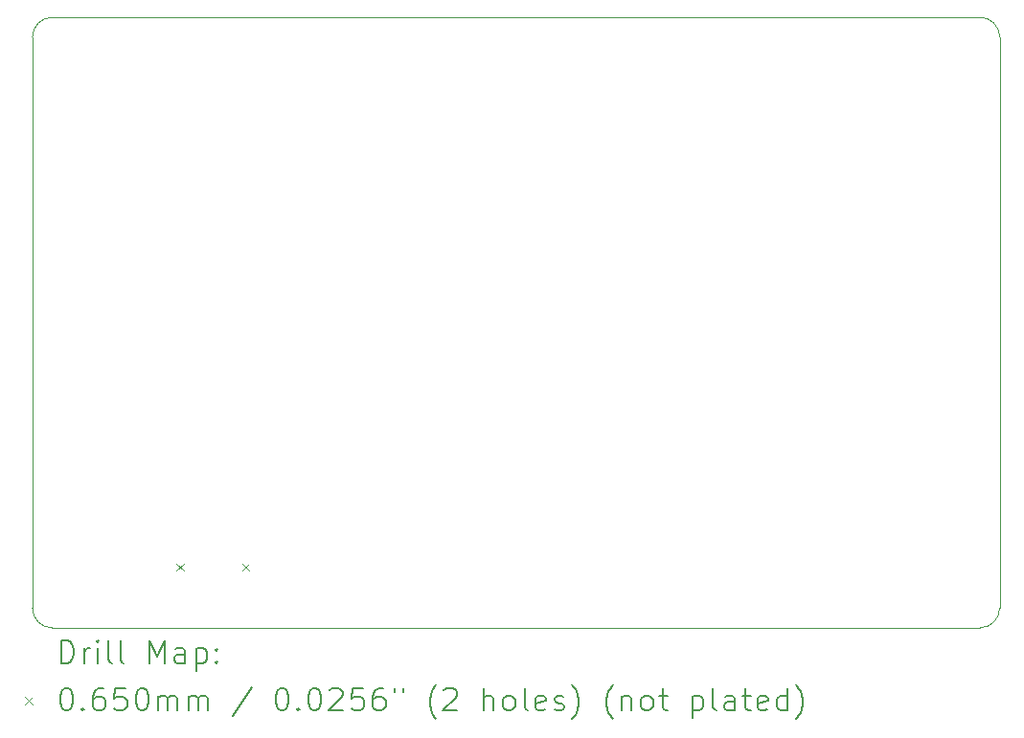
<source format=gbr>
%FSLAX45Y45*%
G04 Gerber Fmt 4.5, Leading zero omitted, Abs format (unit mm)*
G04 Created by KiCad (PCBNEW 6.0.0-rc2) date 2022-06-15 13:37:27*
%MOMM*%
%LPD*%
G01*
G04 APERTURE LIST*
%TA.AperFunction,Profile*%
%ADD10C,0.050000*%
%TD*%
%ADD11C,0.200000*%
%ADD12C,0.065000*%
G04 APERTURE END LIST*
D10*
X7434000Y-12025000D02*
X7434000Y-6975000D01*
X15809000Y-12200000D02*
G75*
G03*
X15984000Y-12025000I0J175000D01*
G01*
X15809000Y-12200000D02*
X7609000Y-12200000D01*
X7609000Y-6800000D02*
G75*
G03*
X7434000Y-6975000I0J-175000D01*
G01*
X7609000Y-6800000D02*
X15809000Y-6800000D01*
X15984000Y-6975000D02*
G75*
G03*
X15809000Y-6800000I-175000J0D01*
G01*
X7434000Y-12025000D02*
G75*
G03*
X7609000Y-12200000I175000J0D01*
G01*
X15984000Y-6975000D02*
X15984000Y-12025000D01*
D11*
D12*
X8707500Y-11632000D02*
X8772500Y-11697000D01*
X8772500Y-11632000D02*
X8707500Y-11697000D01*
X9285500Y-11632000D02*
X9350500Y-11697000D01*
X9350500Y-11632000D02*
X9285500Y-11697000D01*
D11*
X7689119Y-12512976D02*
X7689119Y-12312976D01*
X7736738Y-12312976D01*
X7765309Y-12322500D01*
X7784357Y-12341548D01*
X7793881Y-12360595D01*
X7803405Y-12398690D01*
X7803405Y-12427262D01*
X7793881Y-12465357D01*
X7784357Y-12484405D01*
X7765309Y-12503452D01*
X7736738Y-12512976D01*
X7689119Y-12512976D01*
X7889119Y-12512976D02*
X7889119Y-12379643D01*
X7889119Y-12417738D02*
X7898643Y-12398690D01*
X7908167Y-12389167D01*
X7927214Y-12379643D01*
X7946262Y-12379643D01*
X8012928Y-12512976D02*
X8012928Y-12379643D01*
X8012928Y-12312976D02*
X8003405Y-12322500D01*
X8012928Y-12332024D01*
X8022452Y-12322500D01*
X8012928Y-12312976D01*
X8012928Y-12332024D01*
X8136738Y-12512976D02*
X8117690Y-12503452D01*
X8108167Y-12484405D01*
X8108167Y-12312976D01*
X8241500Y-12512976D02*
X8222452Y-12503452D01*
X8212928Y-12484405D01*
X8212928Y-12312976D01*
X8470071Y-12512976D02*
X8470071Y-12312976D01*
X8536738Y-12455833D01*
X8603405Y-12312976D01*
X8603405Y-12512976D01*
X8784357Y-12512976D02*
X8784357Y-12408214D01*
X8774833Y-12389167D01*
X8755786Y-12379643D01*
X8717690Y-12379643D01*
X8698643Y-12389167D01*
X8784357Y-12503452D02*
X8765310Y-12512976D01*
X8717690Y-12512976D01*
X8698643Y-12503452D01*
X8689119Y-12484405D01*
X8689119Y-12465357D01*
X8698643Y-12446309D01*
X8717690Y-12436786D01*
X8765310Y-12436786D01*
X8784357Y-12427262D01*
X8879595Y-12379643D02*
X8879595Y-12579643D01*
X8879595Y-12389167D02*
X8898643Y-12379643D01*
X8936738Y-12379643D01*
X8955786Y-12389167D01*
X8965310Y-12398690D01*
X8974833Y-12417738D01*
X8974833Y-12474881D01*
X8965310Y-12493928D01*
X8955786Y-12503452D01*
X8936738Y-12512976D01*
X8898643Y-12512976D01*
X8879595Y-12503452D01*
X9060548Y-12493928D02*
X9070071Y-12503452D01*
X9060548Y-12512976D01*
X9051024Y-12503452D01*
X9060548Y-12493928D01*
X9060548Y-12512976D01*
X9060548Y-12389167D02*
X9070071Y-12398690D01*
X9060548Y-12408214D01*
X9051024Y-12398690D01*
X9060548Y-12389167D01*
X9060548Y-12408214D01*
D12*
X7366500Y-12810000D02*
X7431500Y-12875000D01*
X7431500Y-12810000D02*
X7366500Y-12875000D01*
D11*
X7727214Y-12732976D02*
X7746262Y-12732976D01*
X7765309Y-12742500D01*
X7774833Y-12752024D01*
X7784357Y-12771071D01*
X7793881Y-12809167D01*
X7793881Y-12856786D01*
X7784357Y-12894881D01*
X7774833Y-12913928D01*
X7765309Y-12923452D01*
X7746262Y-12932976D01*
X7727214Y-12932976D01*
X7708167Y-12923452D01*
X7698643Y-12913928D01*
X7689119Y-12894881D01*
X7679595Y-12856786D01*
X7679595Y-12809167D01*
X7689119Y-12771071D01*
X7698643Y-12752024D01*
X7708167Y-12742500D01*
X7727214Y-12732976D01*
X7879595Y-12913928D02*
X7889119Y-12923452D01*
X7879595Y-12932976D01*
X7870071Y-12923452D01*
X7879595Y-12913928D01*
X7879595Y-12932976D01*
X8060548Y-12732976D02*
X8022452Y-12732976D01*
X8003405Y-12742500D01*
X7993881Y-12752024D01*
X7974833Y-12780595D01*
X7965309Y-12818690D01*
X7965309Y-12894881D01*
X7974833Y-12913928D01*
X7984357Y-12923452D01*
X8003405Y-12932976D01*
X8041500Y-12932976D01*
X8060548Y-12923452D01*
X8070071Y-12913928D01*
X8079595Y-12894881D01*
X8079595Y-12847262D01*
X8070071Y-12828214D01*
X8060548Y-12818690D01*
X8041500Y-12809167D01*
X8003405Y-12809167D01*
X7984357Y-12818690D01*
X7974833Y-12828214D01*
X7965309Y-12847262D01*
X8260548Y-12732976D02*
X8165309Y-12732976D01*
X8155786Y-12828214D01*
X8165309Y-12818690D01*
X8184357Y-12809167D01*
X8231976Y-12809167D01*
X8251024Y-12818690D01*
X8260548Y-12828214D01*
X8270071Y-12847262D01*
X8270071Y-12894881D01*
X8260548Y-12913928D01*
X8251024Y-12923452D01*
X8231976Y-12932976D01*
X8184357Y-12932976D01*
X8165309Y-12923452D01*
X8155786Y-12913928D01*
X8393881Y-12732976D02*
X8412929Y-12732976D01*
X8431976Y-12742500D01*
X8441500Y-12752024D01*
X8451024Y-12771071D01*
X8460548Y-12809167D01*
X8460548Y-12856786D01*
X8451024Y-12894881D01*
X8441500Y-12913928D01*
X8431976Y-12923452D01*
X8412929Y-12932976D01*
X8393881Y-12932976D01*
X8374833Y-12923452D01*
X8365309Y-12913928D01*
X8355786Y-12894881D01*
X8346262Y-12856786D01*
X8346262Y-12809167D01*
X8355786Y-12771071D01*
X8365309Y-12752024D01*
X8374833Y-12742500D01*
X8393881Y-12732976D01*
X8546262Y-12932976D02*
X8546262Y-12799643D01*
X8546262Y-12818690D02*
X8555786Y-12809167D01*
X8574833Y-12799643D01*
X8603405Y-12799643D01*
X8622452Y-12809167D01*
X8631976Y-12828214D01*
X8631976Y-12932976D01*
X8631976Y-12828214D02*
X8641500Y-12809167D01*
X8660548Y-12799643D01*
X8689119Y-12799643D01*
X8708167Y-12809167D01*
X8717690Y-12828214D01*
X8717690Y-12932976D01*
X8812929Y-12932976D02*
X8812929Y-12799643D01*
X8812929Y-12818690D02*
X8822452Y-12809167D01*
X8841500Y-12799643D01*
X8870071Y-12799643D01*
X8889119Y-12809167D01*
X8898643Y-12828214D01*
X8898643Y-12932976D01*
X8898643Y-12828214D02*
X8908167Y-12809167D01*
X8927214Y-12799643D01*
X8955786Y-12799643D01*
X8974833Y-12809167D01*
X8984357Y-12828214D01*
X8984357Y-12932976D01*
X9374833Y-12723452D02*
X9203405Y-12980595D01*
X9631976Y-12732976D02*
X9651024Y-12732976D01*
X9670071Y-12742500D01*
X9679595Y-12752024D01*
X9689119Y-12771071D01*
X9698643Y-12809167D01*
X9698643Y-12856786D01*
X9689119Y-12894881D01*
X9679595Y-12913928D01*
X9670071Y-12923452D01*
X9651024Y-12932976D01*
X9631976Y-12932976D01*
X9612929Y-12923452D01*
X9603405Y-12913928D01*
X9593881Y-12894881D01*
X9584357Y-12856786D01*
X9584357Y-12809167D01*
X9593881Y-12771071D01*
X9603405Y-12752024D01*
X9612929Y-12742500D01*
X9631976Y-12732976D01*
X9784357Y-12913928D02*
X9793881Y-12923452D01*
X9784357Y-12932976D01*
X9774833Y-12923452D01*
X9784357Y-12913928D01*
X9784357Y-12932976D01*
X9917690Y-12732976D02*
X9936738Y-12732976D01*
X9955786Y-12742500D01*
X9965310Y-12752024D01*
X9974833Y-12771071D01*
X9984357Y-12809167D01*
X9984357Y-12856786D01*
X9974833Y-12894881D01*
X9965310Y-12913928D01*
X9955786Y-12923452D01*
X9936738Y-12932976D01*
X9917690Y-12932976D01*
X9898643Y-12923452D01*
X9889119Y-12913928D01*
X9879595Y-12894881D01*
X9870071Y-12856786D01*
X9870071Y-12809167D01*
X9879595Y-12771071D01*
X9889119Y-12752024D01*
X9898643Y-12742500D01*
X9917690Y-12732976D01*
X10060548Y-12752024D02*
X10070071Y-12742500D01*
X10089119Y-12732976D01*
X10136738Y-12732976D01*
X10155786Y-12742500D01*
X10165310Y-12752024D01*
X10174833Y-12771071D01*
X10174833Y-12790119D01*
X10165310Y-12818690D01*
X10051024Y-12932976D01*
X10174833Y-12932976D01*
X10355786Y-12732976D02*
X10260548Y-12732976D01*
X10251024Y-12828214D01*
X10260548Y-12818690D01*
X10279595Y-12809167D01*
X10327214Y-12809167D01*
X10346262Y-12818690D01*
X10355786Y-12828214D01*
X10365310Y-12847262D01*
X10365310Y-12894881D01*
X10355786Y-12913928D01*
X10346262Y-12923452D01*
X10327214Y-12932976D01*
X10279595Y-12932976D01*
X10260548Y-12923452D01*
X10251024Y-12913928D01*
X10536738Y-12732976D02*
X10498643Y-12732976D01*
X10479595Y-12742500D01*
X10470071Y-12752024D01*
X10451024Y-12780595D01*
X10441500Y-12818690D01*
X10441500Y-12894881D01*
X10451024Y-12913928D01*
X10460548Y-12923452D01*
X10479595Y-12932976D01*
X10517690Y-12932976D01*
X10536738Y-12923452D01*
X10546262Y-12913928D01*
X10555786Y-12894881D01*
X10555786Y-12847262D01*
X10546262Y-12828214D01*
X10536738Y-12818690D01*
X10517690Y-12809167D01*
X10479595Y-12809167D01*
X10460548Y-12818690D01*
X10451024Y-12828214D01*
X10441500Y-12847262D01*
X10631976Y-12732976D02*
X10631976Y-12771071D01*
X10708167Y-12732976D02*
X10708167Y-12771071D01*
X11003405Y-13009167D02*
X10993881Y-12999643D01*
X10974833Y-12971071D01*
X10965310Y-12952024D01*
X10955786Y-12923452D01*
X10946262Y-12875833D01*
X10946262Y-12837738D01*
X10955786Y-12790119D01*
X10965310Y-12761548D01*
X10974833Y-12742500D01*
X10993881Y-12713928D01*
X11003405Y-12704405D01*
X11070071Y-12752024D02*
X11079595Y-12742500D01*
X11098643Y-12732976D01*
X11146262Y-12732976D01*
X11165310Y-12742500D01*
X11174833Y-12752024D01*
X11184357Y-12771071D01*
X11184357Y-12790119D01*
X11174833Y-12818690D01*
X11060548Y-12932976D01*
X11184357Y-12932976D01*
X11422452Y-12932976D02*
X11422452Y-12732976D01*
X11508167Y-12932976D02*
X11508167Y-12828214D01*
X11498643Y-12809167D01*
X11479595Y-12799643D01*
X11451024Y-12799643D01*
X11431976Y-12809167D01*
X11422452Y-12818690D01*
X11631976Y-12932976D02*
X11612928Y-12923452D01*
X11603405Y-12913928D01*
X11593881Y-12894881D01*
X11593881Y-12837738D01*
X11603405Y-12818690D01*
X11612928Y-12809167D01*
X11631976Y-12799643D01*
X11660548Y-12799643D01*
X11679595Y-12809167D01*
X11689119Y-12818690D01*
X11698643Y-12837738D01*
X11698643Y-12894881D01*
X11689119Y-12913928D01*
X11679595Y-12923452D01*
X11660548Y-12932976D01*
X11631976Y-12932976D01*
X11812928Y-12932976D02*
X11793881Y-12923452D01*
X11784357Y-12904405D01*
X11784357Y-12732976D01*
X11965309Y-12923452D02*
X11946262Y-12932976D01*
X11908167Y-12932976D01*
X11889119Y-12923452D01*
X11879595Y-12904405D01*
X11879595Y-12828214D01*
X11889119Y-12809167D01*
X11908167Y-12799643D01*
X11946262Y-12799643D01*
X11965309Y-12809167D01*
X11974833Y-12828214D01*
X11974833Y-12847262D01*
X11879595Y-12866309D01*
X12051024Y-12923452D02*
X12070071Y-12932976D01*
X12108167Y-12932976D01*
X12127214Y-12923452D01*
X12136738Y-12904405D01*
X12136738Y-12894881D01*
X12127214Y-12875833D01*
X12108167Y-12866309D01*
X12079595Y-12866309D01*
X12060548Y-12856786D01*
X12051024Y-12837738D01*
X12051024Y-12828214D01*
X12060548Y-12809167D01*
X12079595Y-12799643D01*
X12108167Y-12799643D01*
X12127214Y-12809167D01*
X12203405Y-13009167D02*
X12212928Y-12999643D01*
X12231976Y-12971071D01*
X12241500Y-12952024D01*
X12251024Y-12923452D01*
X12260548Y-12875833D01*
X12260548Y-12837738D01*
X12251024Y-12790119D01*
X12241500Y-12761548D01*
X12231976Y-12742500D01*
X12212928Y-12713928D01*
X12203405Y-12704405D01*
X12565309Y-13009167D02*
X12555786Y-12999643D01*
X12536738Y-12971071D01*
X12527214Y-12952024D01*
X12517690Y-12923452D01*
X12508167Y-12875833D01*
X12508167Y-12837738D01*
X12517690Y-12790119D01*
X12527214Y-12761548D01*
X12536738Y-12742500D01*
X12555786Y-12713928D01*
X12565309Y-12704405D01*
X12641500Y-12799643D02*
X12641500Y-12932976D01*
X12641500Y-12818690D02*
X12651024Y-12809167D01*
X12670071Y-12799643D01*
X12698643Y-12799643D01*
X12717690Y-12809167D01*
X12727214Y-12828214D01*
X12727214Y-12932976D01*
X12851024Y-12932976D02*
X12831976Y-12923452D01*
X12822452Y-12913928D01*
X12812928Y-12894881D01*
X12812928Y-12837738D01*
X12822452Y-12818690D01*
X12831976Y-12809167D01*
X12851024Y-12799643D01*
X12879595Y-12799643D01*
X12898643Y-12809167D01*
X12908167Y-12818690D01*
X12917690Y-12837738D01*
X12917690Y-12894881D01*
X12908167Y-12913928D01*
X12898643Y-12923452D01*
X12879595Y-12932976D01*
X12851024Y-12932976D01*
X12974833Y-12799643D02*
X13051024Y-12799643D01*
X13003405Y-12732976D02*
X13003405Y-12904405D01*
X13012928Y-12923452D01*
X13031976Y-12932976D01*
X13051024Y-12932976D01*
X13270071Y-12799643D02*
X13270071Y-12999643D01*
X13270071Y-12809167D02*
X13289119Y-12799643D01*
X13327214Y-12799643D01*
X13346262Y-12809167D01*
X13355786Y-12818690D01*
X13365309Y-12837738D01*
X13365309Y-12894881D01*
X13355786Y-12913928D01*
X13346262Y-12923452D01*
X13327214Y-12932976D01*
X13289119Y-12932976D01*
X13270071Y-12923452D01*
X13479595Y-12932976D02*
X13460548Y-12923452D01*
X13451024Y-12904405D01*
X13451024Y-12732976D01*
X13641500Y-12932976D02*
X13641500Y-12828214D01*
X13631976Y-12809167D01*
X13612928Y-12799643D01*
X13574833Y-12799643D01*
X13555786Y-12809167D01*
X13641500Y-12923452D02*
X13622452Y-12932976D01*
X13574833Y-12932976D01*
X13555786Y-12923452D01*
X13546262Y-12904405D01*
X13546262Y-12885357D01*
X13555786Y-12866309D01*
X13574833Y-12856786D01*
X13622452Y-12856786D01*
X13641500Y-12847262D01*
X13708167Y-12799643D02*
X13784357Y-12799643D01*
X13736738Y-12732976D02*
X13736738Y-12904405D01*
X13746262Y-12923452D01*
X13765309Y-12932976D01*
X13784357Y-12932976D01*
X13927214Y-12923452D02*
X13908167Y-12932976D01*
X13870071Y-12932976D01*
X13851024Y-12923452D01*
X13841500Y-12904405D01*
X13841500Y-12828214D01*
X13851024Y-12809167D01*
X13870071Y-12799643D01*
X13908167Y-12799643D01*
X13927214Y-12809167D01*
X13936738Y-12828214D01*
X13936738Y-12847262D01*
X13841500Y-12866309D01*
X14108167Y-12932976D02*
X14108167Y-12732976D01*
X14108167Y-12923452D02*
X14089119Y-12932976D01*
X14051024Y-12932976D01*
X14031976Y-12923452D01*
X14022452Y-12913928D01*
X14012928Y-12894881D01*
X14012928Y-12837738D01*
X14022452Y-12818690D01*
X14031976Y-12809167D01*
X14051024Y-12799643D01*
X14089119Y-12799643D01*
X14108167Y-12809167D01*
X14184357Y-13009167D02*
X14193881Y-12999643D01*
X14212928Y-12971071D01*
X14222452Y-12952024D01*
X14231976Y-12923452D01*
X14241500Y-12875833D01*
X14241500Y-12837738D01*
X14231976Y-12790119D01*
X14222452Y-12761548D01*
X14212928Y-12742500D01*
X14193881Y-12713928D01*
X14184357Y-12704405D01*
M02*

</source>
